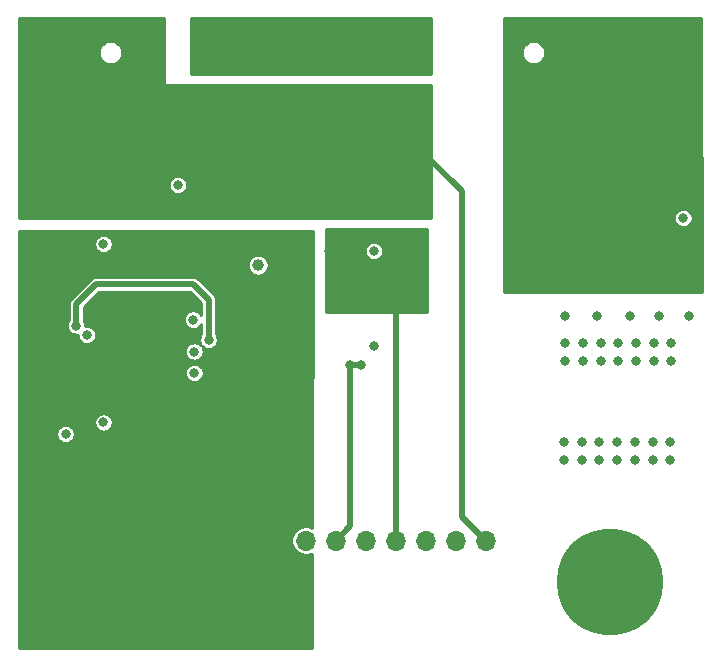
<source format=gbr>
%TF.GenerationSoftware,KiCad,Pcbnew,(5.1.8)-1*%
%TF.CreationDate,2022-03-13T17:16:43-07:00*%
%TF.ProjectId,lm5116_synchronous_buck,6c6d3531-3136-45f7-9379-6e6368726f6e,rev?*%
%TF.SameCoordinates,Original*%
%TF.FileFunction,Copper,L3,Inr*%
%TF.FilePolarity,Positive*%
%FSLAX46Y46*%
G04 Gerber Fmt 4.6, Leading zero omitted, Abs format (unit mm)*
G04 Created by KiCad (PCBNEW (5.1.8)-1) date 2022-03-13 17:16:43*
%MOMM*%
%LPD*%
G01*
G04 APERTURE LIST*
%TA.AperFunction,ComponentPad*%
%ADD10C,0.900000*%
%TD*%
%TA.AperFunction,ComponentPad*%
%ADD11C,9.000000*%
%TD*%
%TA.AperFunction,ComponentPad*%
%ADD12O,1.700000X1.700000*%
%TD*%
%TA.AperFunction,ComponentPad*%
%ADD13R,1.700000X1.700000*%
%TD*%
%TA.AperFunction,ViaPad*%
%ADD14C,0.800000*%
%TD*%
%TA.AperFunction,ViaPad*%
%ADD15C,1.000000*%
%TD*%
%TA.AperFunction,Conductor*%
%ADD16C,0.500000*%
%TD*%
%TA.AperFunction,Conductor*%
%ADD17C,0.250000*%
%TD*%
%TA.AperFunction,Conductor*%
%ADD18C,0.254000*%
%TD*%
%TA.AperFunction,Conductor*%
%ADD19C,0.100000*%
%TD*%
G04 APERTURE END LIST*
D10*
%TO.N,CSG*%
%TO.C,H4*%
X123386485Y-119813515D03*
X121000000Y-118825000D03*
X118613515Y-119813515D03*
X117625000Y-122200000D03*
X118613515Y-124586485D03*
X121000000Y-125575000D03*
X123386485Y-124586485D03*
X124375000Y-122200000D03*
D11*
X121000000Y-122200000D03*
%TD*%
D10*
%TO.N,Vout*%
%TO.C,H3*%
X168386485Y-82413515D03*
X166000000Y-81425000D03*
X163613515Y-82413515D03*
X162625000Y-84800000D03*
X163613515Y-87186485D03*
X166000000Y-88175000D03*
X168386485Y-87186485D03*
X169375000Y-84800000D03*
D11*
X166000000Y-84800000D03*
%TD*%
D10*
%TO.N,CSG*%
%TO.C,H2*%
X168386485Y-119813515D03*
X166000000Y-118825000D03*
X163613515Y-119813515D03*
X162625000Y-122200000D03*
X163613515Y-124586485D03*
X166000000Y-125575000D03*
X168386485Y-124586485D03*
X169375000Y-122200000D03*
D11*
X166000000Y-122200000D03*
%TD*%
D10*
%TO.N,Vin*%
%TO.C,H1*%
X123386485Y-82413515D03*
X121000000Y-81425000D03*
X118613515Y-82413515D03*
X117625000Y-84800000D03*
X118613515Y-87186485D03*
X121000000Y-88175000D03*
X123386485Y-87186485D03*
X124375000Y-84800000D03*
D11*
X121000000Y-84800000D03*
%TD*%
D12*
%TO.N,Vin*%
%TO.C,J2*%
X155480000Y-118700000D03*
%TO.N,Vout*%
X152940000Y-118700000D03*
%TO.N,CSG*%
X150400000Y-118700000D03*
%TO.N,SW*%
X147860000Y-118700000D03*
%TO.N,EN*%
X145320000Y-118700000D03*
%TO.N,CS*%
X142780000Y-118700000D03*
%TO.N,FB*%
X140240000Y-118700000D03*
D13*
%TO.N,CSG*%
X137700000Y-118700000D03*
%TD*%
D14*
%TO.N,CSG*%
X136400000Y-76200000D03*
X135400000Y-76200000D03*
X136400000Y-77200000D03*
X135400000Y-77200000D03*
X136400000Y-78200000D03*
X135400000Y-78200000D03*
X135300000Y-93600000D03*
X172700000Y-99700000D03*
X170100000Y-99700000D03*
X167700000Y-99700000D03*
X164900000Y-99700000D03*
X162200000Y-99700000D03*
X166700000Y-102000000D03*
X162200000Y-103500000D03*
X169700000Y-102000000D03*
X166700000Y-103500000D03*
X168200000Y-102000000D03*
X171200000Y-102000000D03*
X169700000Y-103500000D03*
X165200000Y-103500000D03*
X168200000Y-103500000D03*
X163700000Y-103500000D03*
X162200000Y-102000000D03*
X171200000Y-103500000D03*
X165200000Y-102000000D03*
X163700000Y-102000000D03*
X125300000Y-103100000D03*
X125300000Y-101400000D03*
X125300000Y-99700000D03*
X127000000Y-103100000D03*
X127000000Y-99700000D03*
X127000000Y-101400000D03*
X127000000Y-104800000D03*
X127800000Y-115700000D03*
X130800000Y-115700000D03*
X132300000Y-115700000D03*
X129300000Y-115700000D03*
X136800000Y-115700000D03*
X135300000Y-115700000D03*
X133800000Y-115700000D03*
X162100000Y-110400000D03*
X165100000Y-110400000D03*
X166600000Y-110400000D03*
X163600000Y-110400000D03*
X171100000Y-110400000D03*
X169600000Y-110400000D03*
X168100000Y-110400000D03*
X162100000Y-111900000D03*
X165100000Y-111900000D03*
X166600000Y-111900000D03*
X163600000Y-111900000D03*
X171100000Y-111900000D03*
X169600000Y-111900000D03*
X168100000Y-111900000D03*
X143200000Y-75600000D03*
X146200000Y-75600000D03*
X144700000Y-75600000D03*
X143200000Y-77500000D03*
X146200000Y-77500000D03*
X144700000Y-77500000D03*
X119400000Y-96900000D03*
X117700000Y-96900000D03*
X116700000Y-98700000D03*
X116700000Y-101200000D03*
X116600000Y-103600000D03*
X125800000Y-98000000D03*
X129400000Y-88600000D03*
X172200000Y-91400000D03*
X116400000Y-105700000D03*
X116300000Y-108300000D03*
X132900000Y-93575000D03*
%TO.N,FB*%
X119900000Y-109700000D03*
%TO.N,Vin*%
X136300000Y-84900000D03*
X135300000Y-84900000D03*
X136300000Y-83800000D03*
X135300000Y-83800000D03*
X136300000Y-82700000D03*
X135300000Y-82700000D03*
X140100000Y-90600000D03*
X137700000Y-90600000D03*
X135300000Y-90600000D03*
X132900000Y-90600000D03*
X142700000Y-90400000D03*
X144000000Y-90400000D03*
X145300000Y-90400000D03*
X145300000Y-88900000D03*
X144000000Y-88900000D03*
X142700000Y-88900000D03*
X143600000Y-83900000D03*
X145100000Y-83900000D03*
X142100000Y-83900000D03*
X149600000Y-83900000D03*
X148100000Y-83900000D03*
X146600000Y-83900000D03*
X143600000Y-85300000D03*
X145100000Y-85300000D03*
X142100000Y-85300000D03*
X149600000Y-85300000D03*
X148100000Y-85300000D03*
X146600000Y-85300000D03*
X126800000Y-84000000D03*
X128200000Y-84000000D03*
X129600000Y-84000000D03*
X126800000Y-85400000D03*
X128200000Y-85400000D03*
X129600000Y-85400000D03*
%TO.N,SW*%
X149500000Y-93100000D03*
X148200000Y-93100000D03*
X149500000Y-96800000D03*
X148200000Y-96800000D03*
X149500000Y-95500000D03*
X148200000Y-95500000D03*
X149500000Y-94200000D03*
X148200000Y-94200000D03*
X144000000Y-98100000D03*
X145500000Y-98100000D03*
X145500000Y-96900000D03*
X142200000Y-94200000D03*
X143500000Y-94200000D03*
X144700000Y-94200000D03*
D15*
X136200000Y-95400000D03*
D14*
%TO.N,Vcc*%
X120800000Y-100500000D03*
X132000000Y-101700000D03*
%TO.N,Vout*%
X158200000Y-96900000D03*
X159600000Y-95900000D03*
X158200000Y-95900000D03*
X159600000Y-94900000D03*
X158200000Y-94900000D03*
X159600000Y-93900000D03*
X158200000Y-93900000D03*
X159600000Y-92900000D03*
X158200000Y-92900000D03*
X172700000Y-96700000D03*
X170100000Y-96700000D03*
X167700000Y-96700000D03*
X164900000Y-96700000D03*
X162200000Y-96700000D03*
X161900000Y-78900000D03*
X164900000Y-78900000D03*
X166400000Y-78900000D03*
X163400000Y-78900000D03*
X170900000Y-78900000D03*
X169400000Y-78900000D03*
X167900000Y-78900000D03*
X123100000Y-108700000D03*
X162200000Y-94700000D03*
X165200000Y-94700000D03*
X166700000Y-94700000D03*
X163700000Y-94700000D03*
X171200000Y-94700000D03*
X169700000Y-94700000D03*
X168200000Y-94700000D03*
X162200000Y-93100000D03*
X163700000Y-93100000D03*
X165200000Y-93100000D03*
X166700000Y-93100000D03*
X168200000Y-93100000D03*
X169700000Y-93100000D03*
X171200000Y-93100000D03*
%TO.N,EN*%
X121700000Y-101300000D03*
X123100000Y-93600000D03*
%TO.N,CS*%
X144000000Y-103800000D03*
X144900000Y-103800000D03*
X130800000Y-104500000D03*
%TO.N,HO*%
X146000000Y-94200000D03*
X130700000Y-100000000D03*
%TO.N,LO*%
X146000000Y-102200000D03*
X130800000Y-102700000D03*
%TD*%
D16*
%TO.N,Vin*%
X153449999Y-89149999D02*
X149600000Y-85300000D01*
X153449999Y-116669999D02*
X153449999Y-89149999D01*
X155480000Y-118700000D02*
X153449999Y-116669999D01*
D17*
%TO.N,SW*%
X147860000Y-97360000D02*
X144700000Y-94200000D01*
D16*
X147860000Y-118700000D02*
X147860000Y-98040000D01*
%TO.N,Vcc*%
X120800000Y-100500000D02*
X120800000Y-98700000D01*
X120800000Y-98700000D02*
X122500000Y-97000000D01*
X122500000Y-97000000D02*
X130700000Y-97000000D01*
X132000000Y-98300000D02*
X132000000Y-101700000D01*
X130700000Y-97000000D02*
X132000000Y-98300000D01*
%TO.N,CS*%
X144900000Y-103800000D02*
X144000000Y-103800000D01*
X144000000Y-117480000D02*
X142780000Y-118700000D01*
X144000000Y-103800000D02*
X144000000Y-117480000D01*
%TD*%
D18*
%TO.N,Vout*%
X173772458Y-97673000D02*
X157027000Y-97673000D01*
X157027000Y-91323078D01*
X171419000Y-91323078D01*
X171419000Y-91476922D01*
X171449013Y-91627809D01*
X171507887Y-91769942D01*
X171593358Y-91897859D01*
X171702141Y-92006642D01*
X171830058Y-92092113D01*
X171972191Y-92150987D01*
X172123078Y-92181000D01*
X172276922Y-92181000D01*
X172427809Y-92150987D01*
X172569942Y-92092113D01*
X172697859Y-92006642D01*
X172806642Y-91897859D01*
X172892113Y-91769942D01*
X172950987Y-91627809D01*
X172981000Y-91476922D01*
X172981000Y-91323078D01*
X172950987Y-91172191D01*
X172892113Y-91030058D01*
X172806642Y-90902141D01*
X172697859Y-90793358D01*
X172569942Y-90707887D01*
X172427809Y-90649013D01*
X172276922Y-90619000D01*
X172123078Y-90619000D01*
X171972191Y-90649013D01*
X171830058Y-90707887D01*
X171702141Y-90793358D01*
X171593358Y-90902141D01*
X171507887Y-91030058D01*
X171449013Y-91172191D01*
X171419000Y-91323078D01*
X157027000Y-91323078D01*
X157027000Y-77301787D01*
X158502825Y-77301787D01*
X158502825Y-77498213D01*
X158541146Y-77690865D01*
X158616315Y-77872340D01*
X158725444Y-78035662D01*
X158864338Y-78174556D01*
X159027660Y-78283685D01*
X159209135Y-78358854D01*
X159401787Y-78397175D01*
X159598213Y-78397175D01*
X159790865Y-78358854D01*
X159972340Y-78283685D01*
X160135662Y-78174556D01*
X160274556Y-78035662D01*
X160383685Y-77872340D01*
X160458854Y-77690865D01*
X160497175Y-77498213D01*
X160497175Y-77301787D01*
X160458854Y-77109135D01*
X160383685Y-76927660D01*
X160274556Y-76764338D01*
X160135662Y-76625444D01*
X159972340Y-76516315D01*
X159790865Y-76441146D01*
X159598213Y-76402825D01*
X159401787Y-76402825D01*
X159209135Y-76441146D01*
X159027660Y-76516315D01*
X158864338Y-76625444D01*
X158725444Y-76764338D01*
X158616315Y-76927660D01*
X158541146Y-77109135D01*
X158502825Y-77301787D01*
X157027000Y-77301787D01*
X157027000Y-74427000D01*
X173673539Y-74427000D01*
X173772458Y-97673000D01*
%TA.AperFunction,Conductor*%
D19*
G36*
X173772458Y-97673000D02*
G01*
X157027000Y-97673000D01*
X157027000Y-91323078D01*
X171419000Y-91323078D01*
X171419000Y-91476922D01*
X171449013Y-91627809D01*
X171507887Y-91769942D01*
X171593358Y-91897859D01*
X171702141Y-92006642D01*
X171830058Y-92092113D01*
X171972191Y-92150987D01*
X172123078Y-92181000D01*
X172276922Y-92181000D01*
X172427809Y-92150987D01*
X172569942Y-92092113D01*
X172697859Y-92006642D01*
X172806642Y-91897859D01*
X172892113Y-91769942D01*
X172950987Y-91627809D01*
X172981000Y-91476922D01*
X172981000Y-91323078D01*
X172950987Y-91172191D01*
X172892113Y-91030058D01*
X172806642Y-90902141D01*
X172697859Y-90793358D01*
X172569942Y-90707887D01*
X172427809Y-90649013D01*
X172276922Y-90619000D01*
X172123078Y-90619000D01*
X171972191Y-90649013D01*
X171830058Y-90707887D01*
X171702141Y-90793358D01*
X171593358Y-90902141D01*
X171507887Y-91030058D01*
X171449013Y-91172191D01*
X171419000Y-91323078D01*
X157027000Y-91323078D01*
X157027000Y-77301787D01*
X158502825Y-77301787D01*
X158502825Y-77498213D01*
X158541146Y-77690865D01*
X158616315Y-77872340D01*
X158725444Y-78035662D01*
X158864338Y-78174556D01*
X159027660Y-78283685D01*
X159209135Y-78358854D01*
X159401787Y-78397175D01*
X159598213Y-78397175D01*
X159790865Y-78358854D01*
X159972340Y-78283685D01*
X160135662Y-78174556D01*
X160274556Y-78035662D01*
X160383685Y-77872340D01*
X160458854Y-77690865D01*
X160497175Y-77498213D01*
X160497175Y-77301787D01*
X160458854Y-77109135D01*
X160383685Y-76927660D01*
X160274556Y-76764338D01*
X160135662Y-76625444D01*
X159972340Y-76516315D01*
X159790865Y-76441146D01*
X159598213Y-76402825D01*
X159401787Y-76402825D01*
X159209135Y-76441146D01*
X159027660Y-76516315D01*
X158864338Y-76625444D01*
X158725444Y-76764338D01*
X158616315Y-76927660D01*
X158541146Y-77109135D01*
X158502825Y-77301787D01*
X157027000Y-77301787D01*
X157027000Y-74427000D01*
X173673539Y-74427000D01*
X173772458Y-97673000D01*
G37*
%TD.AperFunction*%
%TD*%
D18*
%TO.N,CSG*%
X150873000Y-79173000D02*
X130527000Y-79173000D01*
X130527000Y-74427000D01*
X150873000Y-74427000D01*
X150873000Y-79173000D01*
%TA.AperFunction,Conductor*%
D19*
G36*
X150873000Y-79173000D02*
G01*
X130527000Y-79173000D01*
X130527000Y-74427000D01*
X150873000Y-74427000D01*
X150873000Y-79173000D01*
G37*
%TD.AperFunction*%
%TD*%
D18*
%TO.N,Vin*%
X128273000Y-80000000D02*
X128275440Y-80024776D01*
X128282667Y-80048601D01*
X128294403Y-80070557D01*
X128310197Y-80089803D01*
X128329443Y-80105597D01*
X128351399Y-80117333D01*
X128375224Y-80124560D01*
X128400000Y-80127000D01*
X150873000Y-80127000D01*
X150873000Y-91373000D01*
X115927000Y-91373000D01*
X115927000Y-88523078D01*
X128619000Y-88523078D01*
X128619000Y-88676922D01*
X128649013Y-88827809D01*
X128707887Y-88969942D01*
X128793358Y-89097859D01*
X128902141Y-89206642D01*
X129030058Y-89292113D01*
X129172191Y-89350987D01*
X129323078Y-89381000D01*
X129476922Y-89381000D01*
X129627809Y-89350987D01*
X129769942Y-89292113D01*
X129897859Y-89206642D01*
X130006642Y-89097859D01*
X130092113Y-88969942D01*
X130150987Y-88827809D01*
X130181000Y-88676922D01*
X130181000Y-88523078D01*
X130150987Y-88372191D01*
X130092113Y-88230058D01*
X130006642Y-88102141D01*
X129897859Y-87993358D01*
X129769942Y-87907887D01*
X129627809Y-87849013D01*
X129476922Y-87819000D01*
X129323078Y-87819000D01*
X129172191Y-87849013D01*
X129030058Y-87907887D01*
X128902141Y-87993358D01*
X128793358Y-88102141D01*
X128707887Y-88230058D01*
X128649013Y-88372191D01*
X128619000Y-88523078D01*
X115927000Y-88523078D01*
X115927000Y-77301787D01*
X122702825Y-77301787D01*
X122702825Y-77498213D01*
X122741146Y-77690865D01*
X122816315Y-77872340D01*
X122925444Y-78035662D01*
X123064338Y-78174556D01*
X123227660Y-78283685D01*
X123409135Y-78358854D01*
X123601787Y-78397175D01*
X123798213Y-78397175D01*
X123990865Y-78358854D01*
X124172340Y-78283685D01*
X124335662Y-78174556D01*
X124474556Y-78035662D01*
X124583685Y-77872340D01*
X124658854Y-77690865D01*
X124697175Y-77498213D01*
X124697175Y-77301787D01*
X124658854Y-77109135D01*
X124583685Y-76927660D01*
X124474556Y-76764338D01*
X124335662Y-76625444D01*
X124172340Y-76516315D01*
X123990865Y-76441146D01*
X123798213Y-76402825D01*
X123601787Y-76402825D01*
X123409135Y-76441146D01*
X123227660Y-76516315D01*
X123064338Y-76625444D01*
X122925444Y-76764338D01*
X122816315Y-76927660D01*
X122741146Y-77109135D01*
X122702825Y-77301787D01*
X115927000Y-77301787D01*
X115927000Y-74427000D01*
X128273000Y-74427000D01*
X128273000Y-80000000D01*
%TA.AperFunction,Conductor*%
D19*
G36*
X128273000Y-80000000D02*
G01*
X128275440Y-80024776D01*
X128282667Y-80048601D01*
X128294403Y-80070557D01*
X128310197Y-80089803D01*
X128329443Y-80105597D01*
X128351399Y-80117333D01*
X128375224Y-80124560D01*
X128400000Y-80127000D01*
X150873000Y-80127000D01*
X150873000Y-91373000D01*
X115927000Y-91373000D01*
X115927000Y-88523078D01*
X128619000Y-88523078D01*
X128619000Y-88676922D01*
X128649013Y-88827809D01*
X128707887Y-88969942D01*
X128793358Y-89097859D01*
X128902141Y-89206642D01*
X129030058Y-89292113D01*
X129172191Y-89350987D01*
X129323078Y-89381000D01*
X129476922Y-89381000D01*
X129627809Y-89350987D01*
X129769942Y-89292113D01*
X129897859Y-89206642D01*
X130006642Y-89097859D01*
X130092113Y-88969942D01*
X130150987Y-88827809D01*
X130181000Y-88676922D01*
X130181000Y-88523078D01*
X130150987Y-88372191D01*
X130092113Y-88230058D01*
X130006642Y-88102141D01*
X129897859Y-87993358D01*
X129769942Y-87907887D01*
X129627809Y-87849013D01*
X129476922Y-87819000D01*
X129323078Y-87819000D01*
X129172191Y-87849013D01*
X129030058Y-87907887D01*
X128902141Y-87993358D01*
X128793358Y-88102141D01*
X128707887Y-88230058D01*
X128649013Y-88372191D01*
X128619000Y-88523078D01*
X115927000Y-88523078D01*
X115927000Y-77301787D01*
X122702825Y-77301787D01*
X122702825Y-77498213D01*
X122741146Y-77690865D01*
X122816315Y-77872340D01*
X122925444Y-78035662D01*
X123064338Y-78174556D01*
X123227660Y-78283685D01*
X123409135Y-78358854D01*
X123601787Y-78397175D01*
X123798213Y-78397175D01*
X123990865Y-78358854D01*
X124172340Y-78283685D01*
X124335662Y-78174556D01*
X124474556Y-78035662D01*
X124583685Y-77872340D01*
X124658854Y-77690865D01*
X124697175Y-77498213D01*
X124697175Y-77301787D01*
X124658854Y-77109135D01*
X124583685Y-76927660D01*
X124474556Y-76764338D01*
X124335662Y-76625444D01*
X124172340Y-76516315D01*
X123990865Y-76441146D01*
X123798213Y-76402825D01*
X123601787Y-76402825D01*
X123409135Y-76441146D01*
X123227660Y-76516315D01*
X123064338Y-76625444D01*
X122925444Y-76764338D01*
X122816315Y-76927660D01*
X122741146Y-77109135D01*
X122702825Y-77301787D01*
X115927000Y-77301787D01*
X115927000Y-74427000D01*
X128273000Y-74427000D01*
X128273000Y-80000000D01*
G37*
%TD.AperFunction*%
%TD*%
D18*
%TO.N,SW*%
X150473000Y-99373000D02*
X141927000Y-99373000D01*
X141927000Y-94123078D01*
X145219000Y-94123078D01*
X145219000Y-94276922D01*
X145249013Y-94427809D01*
X145307887Y-94569942D01*
X145393358Y-94697859D01*
X145502141Y-94806642D01*
X145630058Y-94892113D01*
X145772191Y-94950987D01*
X145923078Y-94981000D01*
X146076922Y-94981000D01*
X146227809Y-94950987D01*
X146369942Y-94892113D01*
X146497859Y-94806642D01*
X146606642Y-94697859D01*
X146692113Y-94569942D01*
X146750987Y-94427809D01*
X146781000Y-94276922D01*
X146781000Y-94123078D01*
X146750987Y-93972191D01*
X146692113Y-93830058D01*
X146606642Y-93702141D01*
X146497859Y-93593358D01*
X146369942Y-93507887D01*
X146227809Y-93449013D01*
X146076922Y-93419000D01*
X145923078Y-93419000D01*
X145772191Y-93449013D01*
X145630058Y-93507887D01*
X145502141Y-93593358D01*
X145393358Y-93702141D01*
X145307887Y-93830058D01*
X145249013Y-93972191D01*
X145219000Y-94123078D01*
X141927000Y-94123078D01*
X141927000Y-92327000D01*
X150473000Y-92327000D01*
X150473000Y-99373000D01*
%TA.AperFunction,Conductor*%
D19*
G36*
X150473000Y-99373000D02*
G01*
X141927000Y-99373000D01*
X141927000Y-94123078D01*
X145219000Y-94123078D01*
X145219000Y-94276922D01*
X145249013Y-94427809D01*
X145307887Y-94569942D01*
X145393358Y-94697859D01*
X145502141Y-94806642D01*
X145630058Y-94892113D01*
X145772191Y-94950987D01*
X145923078Y-94981000D01*
X146076922Y-94981000D01*
X146227809Y-94950987D01*
X146369942Y-94892113D01*
X146497859Y-94806642D01*
X146606642Y-94697859D01*
X146692113Y-94569942D01*
X146750987Y-94427809D01*
X146781000Y-94276922D01*
X146781000Y-94123078D01*
X146750987Y-93972191D01*
X146692113Y-93830058D01*
X146606642Y-93702141D01*
X146497859Y-93593358D01*
X146369942Y-93507887D01*
X146227809Y-93449013D01*
X146076922Y-93419000D01*
X145923078Y-93419000D01*
X145772191Y-93449013D01*
X145630058Y-93507887D01*
X145502141Y-93593358D01*
X145393358Y-93702141D01*
X145307887Y-93830058D01*
X145249013Y-93972191D01*
X145219000Y-94123078D01*
X141927000Y-94123078D01*
X141927000Y-92327000D01*
X150473000Y-92327000D01*
X150473000Y-99373000D01*
G37*
%TD.AperFunction*%
%TD*%
D18*
%TO.N,CSG*%
X140802013Y-117600369D02*
X140599069Y-117516307D01*
X140361243Y-117469000D01*
X140118757Y-117469000D01*
X139880931Y-117516307D01*
X139656903Y-117609102D01*
X139455283Y-117743820D01*
X139283820Y-117915283D01*
X139149102Y-118116903D01*
X139056307Y-118340931D01*
X139009000Y-118578757D01*
X139009000Y-118821243D01*
X139056307Y-119059069D01*
X139149102Y-119283097D01*
X139283820Y-119484717D01*
X139455283Y-119656180D01*
X139656903Y-119790898D01*
X139880931Y-119883693D01*
X140118757Y-119931000D01*
X140361243Y-119931000D01*
X140599069Y-119883693D01*
X140795811Y-119802200D01*
X140773358Y-127773000D01*
X115927000Y-127773000D01*
X115927000Y-109623078D01*
X119119000Y-109623078D01*
X119119000Y-109776922D01*
X119149013Y-109927809D01*
X119207887Y-110069942D01*
X119293358Y-110197859D01*
X119402141Y-110306642D01*
X119530058Y-110392113D01*
X119672191Y-110450987D01*
X119823078Y-110481000D01*
X119976922Y-110481000D01*
X120127809Y-110450987D01*
X120269942Y-110392113D01*
X120397859Y-110306642D01*
X120506642Y-110197859D01*
X120592113Y-110069942D01*
X120650987Y-109927809D01*
X120681000Y-109776922D01*
X120681000Y-109623078D01*
X120650987Y-109472191D01*
X120592113Y-109330058D01*
X120506642Y-109202141D01*
X120397859Y-109093358D01*
X120269942Y-109007887D01*
X120127809Y-108949013D01*
X119976922Y-108919000D01*
X119823078Y-108919000D01*
X119672191Y-108949013D01*
X119530058Y-109007887D01*
X119402141Y-109093358D01*
X119293358Y-109202141D01*
X119207887Y-109330058D01*
X119149013Y-109472191D01*
X119119000Y-109623078D01*
X115927000Y-109623078D01*
X115927000Y-108623078D01*
X122319000Y-108623078D01*
X122319000Y-108776922D01*
X122349013Y-108927809D01*
X122407887Y-109069942D01*
X122493358Y-109197859D01*
X122602141Y-109306642D01*
X122730058Y-109392113D01*
X122872191Y-109450987D01*
X123023078Y-109481000D01*
X123176922Y-109481000D01*
X123327809Y-109450987D01*
X123469942Y-109392113D01*
X123597859Y-109306642D01*
X123706642Y-109197859D01*
X123792113Y-109069942D01*
X123850987Y-108927809D01*
X123881000Y-108776922D01*
X123881000Y-108623078D01*
X123850987Y-108472191D01*
X123792113Y-108330058D01*
X123706642Y-108202141D01*
X123597859Y-108093358D01*
X123469942Y-108007887D01*
X123327809Y-107949013D01*
X123176922Y-107919000D01*
X123023078Y-107919000D01*
X122872191Y-107949013D01*
X122730058Y-108007887D01*
X122602141Y-108093358D01*
X122493358Y-108202141D01*
X122407887Y-108330058D01*
X122349013Y-108472191D01*
X122319000Y-108623078D01*
X115927000Y-108623078D01*
X115927000Y-104423078D01*
X130019000Y-104423078D01*
X130019000Y-104576922D01*
X130049013Y-104727809D01*
X130107887Y-104869942D01*
X130193358Y-104997859D01*
X130302141Y-105106642D01*
X130430058Y-105192113D01*
X130572191Y-105250987D01*
X130723078Y-105281000D01*
X130876922Y-105281000D01*
X131027809Y-105250987D01*
X131169942Y-105192113D01*
X131297859Y-105106642D01*
X131406642Y-104997859D01*
X131492113Y-104869942D01*
X131550987Y-104727809D01*
X131581000Y-104576922D01*
X131581000Y-104423078D01*
X131550987Y-104272191D01*
X131492113Y-104130058D01*
X131406642Y-104002141D01*
X131297859Y-103893358D01*
X131169942Y-103807887D01*
X131027809Y-103749013D01*
X130876922Y-103719000D01*
X130723078Y-103719000D01*
X130572191Y-103749013D01*
X130430058Y-103807887D01*
X130302141Y-103893358D01*
X130193358Y-104002141D01*
X130107887Y-104130058D01*
X130049013Y-104272191D01*
X130019000Y-104423078D01*
X115927000Y-104423078D01*
X115927000Y-100423078D01*
X120019000Y-100423078D01*
X120019000Y-100576922D01*
X120049013Y-100727809D01*
X120107887Y-100869942D01*
X120193358Y-100997859D01*
X120302141Y-101106642D01*
X120430058Y-101192113D01*
X120572191Y-101250987D01*
X120723078Y-101281000D01*
X120876922Y-101281000D01*
X120919000Y-101272630D01*
X120919000Y-101376922D01*
X120949013Y-101527809D01*
X121007887Y-101669942D01*
X121093358Y-101797859D01*
X121202141Y-101906642D01*
X121330058Y-101992113D01*
X121472191Y-102050987D01*
X121623078Y-102081000D01*
X121776922Y-102081000D01*
X121927809Y-102050987D01*
X122069942Y-101992113D01*
X122197859Y-101906642D01*
X122306642Y-101797859D01*
X122392113Y-101669942D01*
X122450987Y-101527809D01*
X122481000Y-101376922D01*
X122481000Y-101223078D01*
X122450987Y-101072191D01*
X122392113Y-100930058D01*
X122306642Y-100802141D01*
X122197859Y-100693358D01*
X122069942Y-100607887D01*
X121927809Y-100549013D01*
X121776922Y-100519000D01*
X121623078Y-100519000D01*
X121581000Y-100527370D01*
X121581000Y-100423078D01*
X121550987Y-100272191D01*
X121492113Y-100130058D01*
X121431000Y-100038595D01*
X121431000Y-98961368D01*
X122761369Y-97631000D01*
X130438632Y-97631000D01*
X131369000Y-98561369D01*
X131369000Y-99595467D01*
X131306642Y-99502141D01*
X131197859Y-99393358D01*
X131069942Y-99307887D01*
X130927809Y-99249013D01*
X130776922Y-99219000D01*
X130623078Y-99219000D01*
X130472191Y-99249013D01*
X130330058Y-99307887D01*
X130202141Y-99393358D01*
X130093358Y-99502141D01*
X130007887Y-99630058D01*
X129949013Y-99772191D01*
X129919000Y-99923078D01*
X129919000Y-100076922D01*
X129949013Y-100227809D01*
X130007887Y-100369942D01*
X130093358Y-100497859D01*
X130202141Y-100606642D01*
X130330058Y-100692113D01*
X130472191Y-100750987D01*
X130623078Y-100781000D01*
X130776922Y-100781000D01*
X130927809Y-100750987D01*
X131069942Y-100692113D01*
X131197859Y-100606642D01*
X131306642Y-100497859D01*
X131369001Y-100404532D01*
X131369001Y-101238594D01*
X131307887Y-101330058D01*
X131249013Y-101472191D01*
X131219000Y-101623078D01*
X131219000Y-101776922D01*
X131249013Y-101927809D01*
X131307887Y-102069942D01*
X131375231Y-102170730D01*
X131297859Y-102093358D01*
X131169942Y-102007887D01*
X131027809Y-101949013D01*
X130876922Y-101919000D01*
X130723078Y-101919000D01*
X130572191Y-101949013D01*
X130430058Y-102007887D01*
X130302141Y-102093358D01*
X130193358Y-102202141D01*
X130107887Y-102330058D01*
X130049013Y-102472191D01*
X130019000Y-102623078D01*
X130019000Y-102776922D01*
X130049013Y-102927809D01*
X130107887Y-103069942D01*
X130193358Y-103197859D01*
X130302141Y-103306642D01*
X130430058Y-103392113D01*
X130572191Y-103450987D01*
X130723078Y-103481000D01*
X130876922Y-103481000D01*
X131027809Y-103450987D01*
X131169942Y-103392113D01*
X131297859Y-103306642D01*
X131406642Y-103197859D01*
X131492113Y-103069942D01*
X131550987Y-102927809D01*
X131581000Y-102776922D01*
X131581000Y-102623078D01*
X131550987Y-102472191D01*
X131492113Y-102330058D01*
X131424769Y-102229270D01*
X131502141Y-102306642D01*
X131630058Y-102392113D01*
X131772191Y-102450987D01*
X131923078Y-102481000D01*
X132076922Y-102481000D01*
X132227809Y-102450987D01*
X132369942Y-102392113D01*
X132497859Y-102306642D01*
X132606642Y-102197859D01*
X132692113Y-102069942D01*
X132750987Y-101927809D01*
X132781000Y-101776922D01*
X132781000Y-101623078D01*
X132750987Y-101472191D01*
X132692113Y-101330058D01*
X132631000Y-101238595D01*
X132631000Y-98330998D01*
X132634053Y-98300000D01*
X132621870Y-98176302D01*
X132585789Y-98057358D01*
X132527196Y-97947739D01*
X132468103Y-97875734D01*
X132468101Y-97875732D01*
X132448343Y-97851657D01*
X132424269Y-97831900D01*
X131168105Y-96575737D01*
X131148343Y-96551657D01*
X131052261Y-96472804D01*
X130942642Y-96414211D01*
X130823698Y-96378130D01*
X130730998Y-96369000D01*
X130730990Y-96369000D01*
X130700000Y-96365948D01*
X130669010Y-96369000D01*
X122530987Y-96369000D01*
X122499999Y-96365948D01*
X122469011Y-96369000D01*
X122469002Y-96369000D01*
X122376302Y-96378130D01*
X122257358Y-96414211D01*
X122147739Y-96472804D01*
X122051657Y-96551657D01*
X122031899Y-96575732D01*
X120375733Y-98231899D01*
X120351658Y-98251657D01*
X120331900Y-98275732D01*
X120331897Y-98275735D01*
X120272804Y-98347740D01*
X120214211Y-98457359D01*
X120178130Y-98576303D01*
X120165948Y-98700000D01*
X120169001Y-98731000D01*
X120169000Y-100038595D01*
X120107887Y-100130058D01*
X120049013Y-100272191D01*
X120019000Y-100423078D01*
X115927000Y-100423078D01*
X115927000Y-95313229D01*
X135319000Y-95313229D01*
X135319000Y-95486771D01*
X135352856Y-95656978D01*
X135419268Y-95817310D01*
X135515682Y-95961605D01*
X135638395Y-96084318D01*
X135782690Y-96180732D01*
X135943022Y-96247144D01*
X136113229Y-96281000D01*
X136286771Y-96281000D01*
X136456978Y-96247144D01*
X136617310Y-96180732D01*
X136761605Y-96084318D01*
X136884318Y-95961605D01*
X136980732Y-95817310D01*
X137047144Y-95656978D01*
X137081000Y-95486771D01*
X137081000Y-95313229D01*
X137047144Y-95143022D01*
X136980732Y-94982690D01*
X136884318Y-94838395D01*
X136761605Y-94715682D01*
X136617310Y-94619268D01*
X136456978Y-94552856D01*
X136286771Y-94519000D01*
X136113229Y-94519000D01*
X135943022Y-94552856D01*
X135782690Y-94619268D01*
X135638395Y-94715682D01*
X135515682Y-94838395D01*
X135419268Y-94982690D01*
X135352856Y-95143022D01*
X135319000Y-95313229D01*
X115927000Y-95313229D01*
X115927000Y-93523078D01*
X122319000Y-93523078D01*
X122319000Y-93676922D01*
X122349013Y-93827809D01*
X122407887Y-93969942D01*
X122493358Y-94097859D01*
X122602141Y-94206642D01*
X122730058Y-94292113D01*
X122872191Y-94350987D01*
X123023078Y-94381000D01*
X123176922Y-94381000D01*
X123327809Y-94350987D01*
X123469942Y-94292113D01*
X123597859Y-94206642D01*
X123706642Y-94097859D01*
X123792113Y-93969942D01*
X123850987Y-93827809D01*
X123881000Y-93676922D01*
X123881000Y-93523078D01*
X123850987Y-93372191D01*
X123792113Y-93230058D01*
X123706642Y-93102141D01*
X123597859Y-92993358D01*
X123469942Y-92907887D01*
X123327809Y-92849013D01*
X123176922Y-92819000D01*
X123023078Y-92819000D01*
X122872191Y-92849013D01*
X122730058Y-92907887D01*
X122602141Y-92993358D01*
X122493358Y-93102141D01*
X122407887Y-93230058D01*
X122349013Y-93372191D01*
X122319000Y-93523078D01*
X115927000Y-93523078D01*
X115927000Y-92527000D01*
X140872642Y-92527000D01*
X140802013Y-117600369D01*
%TA.AperFunction,Conductor*%
D19*
G36*
X140802013Y-117600369D02*
G01*
X140599069Y-117516307D01*
X140361243Y-117469000D01*
X140118757Y-117469000D01*
X139880931Y-117516307D01*
X139656903Y-117609102D01*
X139455283Y-117743820D01*
X139283820Y-117915283D01*
X139149102Y-118116903D01*
X139056307Y-118340931D01*
X139009000Y-118578757D01*
X139009000Y-118821243D01*
X139056307Y-119059069D01*
X139149102Y-119283097D01*
X139283820Y-119484717D01*
X139455283Y-119656180D01*
X139656903Y-119790898D01*
X139880931Y-119883693D01*
X140118757Y-119931000D01*
X140361243Y-119931000D01*
X140599069Y-119883693D01*
X140795811Y-119802200D01*
X140773358Y-127773000D01*
X115927000Y-127773000D01*
X115927000Y-109623078D01*
X119119000Y-109623078D01*
X119119000Y-109776922D01*
X119149013Y-109927809D01*
X119207887Y-110069942D01*
X119293358Y-110197859D01*
X119402141Y-110306642D01*
X119530058Y-110392113D01*
X119672191Y-110450987D01*
X119823078Y-110481000D01*
X119976922Y-110481000D01*
X120127809Y-110450987D01*
X120269942Y-110392113D01*
X120397859Y-110306642D01*
X120506642Y-110197859D01*
X120592113Y-110069942D01*
X120650987Y-109927809D01*
X120681000Y-109776922D01*
X120681000Y-109623078D01*
X120650987Y-109472191D01*
X120592113Y-109330058D01*
X120506642Y-109202141D01*
X120397859Y-109093358D01*
X120269942Y-109007887D01*
X120127809Y-108949013D01*
X119976922Y-108919000D01*
X119823078Y-108919000D01*
X119672191Y-108949013D01*
X119530058Y-109007887D01*
X119402141Y-109093358D01*
X119293358Y-109202141D01*
X119207887Y-109330058D01*
X119149013Y-109472191D01*
X119119000Y-109623078D01*
X115927000Y-109623078D01*
X115927000Y-108623078D01*
X122319000Y-108623078D01*
X122319000Y-108776922D01*
X122349013Y-108927809D01*
X122407887Y-109069942D01*
X122493358Y-109197859D01*
X122602141Y-109306642D01*
X122730058Y-109392113D01*
X122872191Y-109450987D01*
X123023078Y-109481000D01*
X123176922Y-109481000D01*
X123327809Y-109450987D01*
X123469942Y-109392113D01*
X123597859Y-109306642D01*
X123706642Y-109197859D01*
X123792113Y-109069942D01*
X123850987Y-108927809D01*
X123881000Y-108776922D01*
X123881000Y-108623078D01*
X123850987Y-108472191D01*
X123792113Y-108330058D01*
X123706642Y-108202141D01*
X123597859Y-108093358D01*
X123469942Y-108007887D01*
X123327809Y-107949013D01*
X123176922Y-107919000D01*
X123023078Y-107919000D01*
X122872191Y-107949013D01*
X122730058Y-108007887D01*
X122602141Y-108093358D01*
X122493358Y-108202141D01*
X122407887Y-108330058D01*
X122349013Y-108472191D01*
X122319000Y-108623078D01*
X115927000Y-108623078D01*
X115927000Y-104423078D01*
X130019000Y-104423078D01*
X130019000Y-104576922D01*
X130049013Y-104727809D01*
X130107887Y-104869942D01*
X130193358Y-104997859D01*
X130302141Y-105106642D01*
X130430058Y-105192113D01*
X130572191Y-105250987D01*
X130723078Y-105281000D01*
X130876922Y-105281000D01*
X131027809Y-105250987D01*
X131169942Y-105192113D01*
X131297859Y-105106642D01*
X131406642Y-104997859D01*
X131492113Y-104869942D01*
X131550987Y-104727809D01*
X131581000Y-104576922D01*
X131581000Y-104423078D01*
X131550987Y-104272191D01*
X131492113Y-104130058D01*
X131406642Y-104002141D01*
X131297859Y-103893358D01*
X131169942Y-103807887D01*
X131027809Y-103749013D01*
X130876922Y-103719000D01*
X130723078Y-103719000D01*
X130572191Y-103749013D01*
X130430058Y-103807887D01*
X130302141Y-103893358D01*
X130193358Y-104002141D01*
X130107887Y-104130058D01*
X130049013Y-104272191D01*
X130019000Y-104423078D01*
X115927000Y-104423078D01*
X115927000Y-100423078D01*
X120019000Y-100423078D01*
X120019000Y-100576922D01*
X120049013Y-100727809D01*
X120107887Y-100869942D01*
X120193358Y-100997859D01*
X120302141Y-101106642D01*
X120430058Y-101192113D01*
X120572191Y-101250987D01*
X120723078Y-101281000D01*
X120876922Y-101281000D01*
X120919000Y-101272630D01*
X120919000Y-101376922D01*
X120949013Y-101527809D01*
X121007887Y-101669942D01*
X121093358Y-101797859D01*
X121202141Y-101906642D01*
X121330058Y-101992113D01*
X121472191Y-102050987D01*
X121623078Y-102081000D01*
X121776922Y-102081000D01*
X121927809Y-102050987D01*
X122069942Y-101992113D01*
X122197859Y-101906642D01*
X122306642Y-101797859D01*
X122392113Y-101669942D01*
X122450987Y-101527809D01*
X122481000Y-101376922D01*
X122481000Y-101223078D01*
X122450987Y-101072191D01*
X122392113Y-100930058D01*
X122306642Y-100802141D01*
X122197859Y-100693358D01*
X122069942Y-100607887D01*
X121927809Y-100549013D01*
X121776922Y-100519000D01*
X121623078Y-100519000D01*
X121581000Y-100527370D01*
X121581000Y-100423078D01*
X121550987Y-100272191D01*
X121492113Y-100130058D01*
X121431000Y-100038595D01*
X121431000Y-98961368D01*
X122761369Y-97631000D01*
X130438632Y-97631000D01*
X131369000Y-98561369D01*
X131369000Y-99595467D01*
X131306642Y-99502141D01*
X131197859Y-99393358D01*
X131069942Y-99307887D01*
X130927809Y-99249013D01*
X130776922Y-99219000D01*
X130623078Y-99219000D01*
X130472191Y-99249013D01*
X130330058Y-99307887D01*
X130202141Y-99393358D01*
X130093358Y-99502141D01*
X130007887Y-99630058D01*
X129949013Y-99772191D01*
X129919000Y-99923078D01*
X129919000Y-100076922D01*
X129949013Y-100227809D01*
X130007887Y-100369942D01*
X130093358Y-100497859D01*
X130202141Y-100606642D01*
X130330058Y-100692113D01*
X130472191Y-100750987D01*
X130623078Y-100781000D01*
X130776922Y-100781000D01*
X130927809Y-100750987D01*
X131069942Y-100692113D01*
X131197859Y-100606642D01*
X131306642Y-100497859D01*
X131369001Y-100404532D01*
X131369001Y-101238594D01*
X131307887Y-101330058D01*
X131249013Y-101472191D01*
X131219000Y-101623078D01*
X131219000Y-101776922D01*
X131249013Y-101927809D01*
X131307887Y-102069942D01*
X131375231Y-102170730D01*
X131297859Y-102093358D01*
X131169942Y-102007887D01*
X131027809Y-101949013D01*
X130876922Y-101919000D01*
X130723078Y-101919000D01*
X130572191Y-101949013D01*
X130430058Y-102007887D01*
X130302141Y-102093358D01*
X130193358Y-102202141D01*
X130107887Y-102330058D01*
X130049013Y-102472191D01*
X130019000Y-102623078D01*
X130019000Y-102776922D01*
X130049013Y-102927809D01*
X130107887Y-103069942D01*
X130193358Y-103197859D01*
X130302141Y-103306642D01*
X130430058Y-103392113D01*
X130572191Y-103450987D01*
X130723078Y-103481000D01*
X130876922Y-103481000D01*
X131027809Y-103450987D01*
X131169942Y-103392113D01*
X131297859Y-103306642D01*
X131406642Y-103197859D01*
X131492113Y-103069942D01*
X131550987Y-102927809D01*
X131581000Y-102776922D01*
X131581000Y-102623078D01*
X131550987Y-102472191D01*
X131492113Y-102330058D01*
X131424769Y-102229270D01*
X131502141Y-102306642D01*
X131630058Y-102392113D01*
X131772191Y-102450987D01*
X131923078Y-102481000D01*
X132076922Y-102481000D01*
X132227809Y-102450987D01*
X132369942Y-102392113D01*
X132497859Y-102306642D01*
X132606642Y-102197859D01*
X132692113Y-102069942D01*
X132750987Y-101927809D01*
X132781000Y-101776922D01*
X132781000Y-101623078D01*
X132750987Y-101472191D01*
X132692113Y-101330058D01*
X132631000Y-101238595D01*
X132631000Y-98330998D01*
X132634053Y-98300000D01*
X132621870Y-98176302D01*
X132585789Y-98057358D01*
X132527196Y-97947739D01*
X132468103Y-97875734D01*
X132468101Y-97875732D01*
X132448343Y-97851657D01*
X132424269Y-97831900D01*
X131168105Y-96575737D01*
X131148343Y-96551657D01*
X131052261Y-96472804D01*
X130942642Y-96414211D01*
X130823698Y-96378130D01*
X130730998Y-96369000D01*
X130730990Y-96369000D01*
X130700000Y-96365948D01*
X130669010Y-96369000D01*
X122530987Y-96369000D01*
X122499999Y-96365948D01*
X122469011Y-96369000D01*
X122469002Y-96369000D01*
X122376302Y-96378130D01*
X122257358Y-96414211D01*
X122147739Y-96472804D01*
X122051657Y-96551657D01*
X122031899Y-96575732D01*
X120375733Y-98231899D01*
X120351658Y-98251657D01*
X120331900Y-98275732D01*
X120331897Y-98275735D01*
X120272804Y-98347740D01*
X120214211Y-98457359D01*
X120178130Y-98576303D01*
X120165948Y-98700000D01*
X120169001Y-98731000D01*
X120169000Y-100038595D01*
X120107887Y-100130058D01*
X120049013Y-100272191D01*
X120019000Y-100423078D01*
X115927000Y-100423078D01*
X115927000Y-95313229D01*
X135319000Y-95313229D01*
X135319000Y-95486771D01*
X135352856Y-95656978D01*
X135419268Y-95817310D01*
X135515682Y-95961605D01*
X135638395Y-96084318D01*
X135782690Y-96180732D01*
X135943022Y-96247144D01*
X136113229Y-96281000D01*
X136286771Y-96281000D01*
X136456978Y-96247144D01*
X136617310Y-96180732D01*
X136761605Y-96084318D01*
X136884318Y-95961605D01*
X136980732Y-95817310D01*
X137047144Y-95656978D01*
X137081000Y-95486771D01*
X137081000Y-95313229D01*
X137047144Y-95143022D01*
X136980732Y-94982690D01*
X136884318Y-94838395D01*
X136761605Y-94715682D01*
X136617310Y-94619268D01*
X136456978Y-94552856D01*
X136286771Y-94519000D01*
X136113229Y-94519000D01*
X135943022Y-94552856D01*
X135782690Y-94619268D01*
X135638395Y-94715682D01*
X135515682Y-94838395D01*
X135419268Y-94982690D01*
X135352856Y-95143022D01*
X135319000Y-95313229D01*
X115927000Y-95313229D01*
X115927000Y-93523078D01*
X122319000Y-93523078D01*
X122319000Y-93676922D01*
X122349013Y-93827809D01*
X122407887Y-93969942D01*
X122493358Y-94097859D01*
X122602141Y-94206642D01*
X122730058Y-94292113D01*
X122872191Y-94350987D01*
X123023078Y-94381000D01*
X123176922Y-94381000D01*
X123327809Y-94350987D01*
X123469942Y-94292113D01*
X123597859Y-94206642D01*
X123706642Y-94097859D01*
X123792113Y-93969942D01*
X123850987Y-93827809D01*
X123881000Y-93676922D01*
X123881000Y-93523078D01*
X123850987Y-93372191D01*
X123792113Y-93230058D01*
X123706642Y-93102141D01*
X123597859Y-92993358D01*
X123469942Y-92907887D01*
X123327809Y-92849013D01*
X123176922Y-92819000D01*
X123023078Y-92819000D01*
X122872191Y-92849013D01*
X122730058Y-92907887D01*
X122602141Y-92993358D01*
X122493358Y-93102141D01*
X122407887Y-93230058D01*
X122349013Y-93372191D01*
X122319000Y-93523078D01*
X115927000Y-93523078D01*
X115927000Y-92527000D01*
X140872642Y-92527000D01*
X140802013Y-117600369D01*
G37*
%TD.AperFunction*%
%TD*%
M02*

</source>
